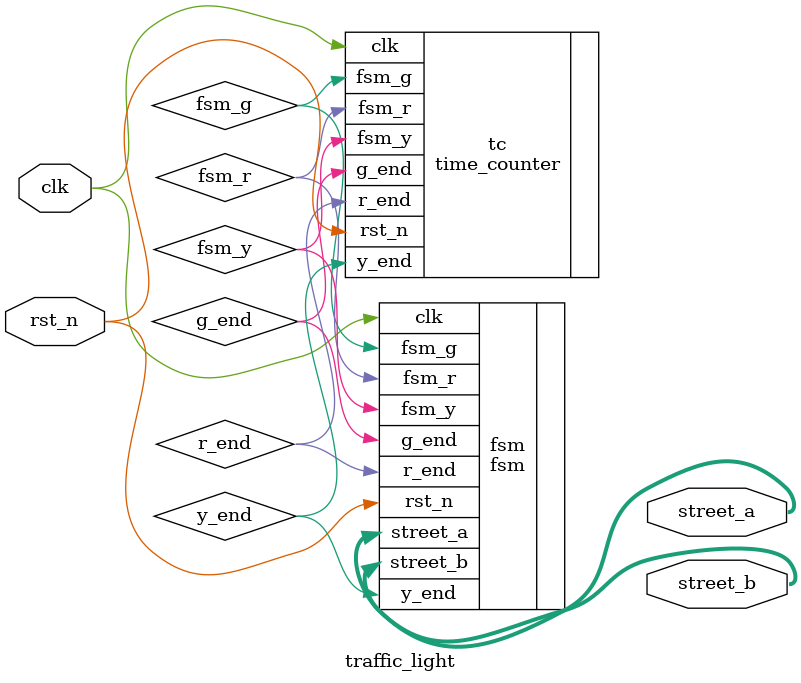
<source format=v>
module traffic_light
  (
  input clk, rst_n,
  output [2:0] street_a, street_b
  );
  // module traffic_light = fsm + time_counter
  /*Beginning of automatic wires 
  for undeclared instantiated-module outputs
  Voi nhung module khong khai bao: thi phai
  khai bao day
  */
  wire fsm_g, fsm_r, fsm_y, g_end, r_end, y_end;
  time_counter tc
  (
  //output
  .g_end (g_end),
  .y_end (y_end),
  .r_end (r_end),
  //input
  .clk   (clk),
  .rst_n (rst_n),
  .fsm_g (fsm_g),
  .fsm_r (fsm_r),
  .fsm_y (fsm_y)
  );
  
  fsm fsm
  (
  // output
  .street_a (street_a),
  .street_b (street_b),
  .fsm_g    (fsm_g),
  .fsm_r    (fsm_r),
  .fsm_y    (fsm_y),
  //input
  .clk      (clk),
  .rst_n    (rst_n),
  .g_end    (g_end),
  .r_end    (r_end),
  .y_end    (y_end)
  );
endmodule
</source>
